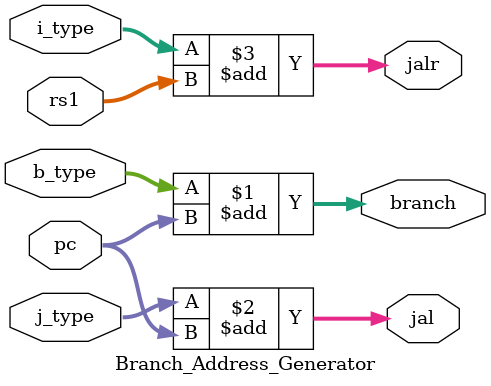
<source format=sv>
`timescale 1ns / 1ps

module Branch_Address_Generator(
    input[31:0] pc, j_type, b_type, i_type, rs1,
    output[31:0] jal, jalr, branch
    );
    
    assign branch = b_type + pc;
    assign jal = j_type + pc;
    assign jalr = i_type + rs1;
    
endmodule
</source>
